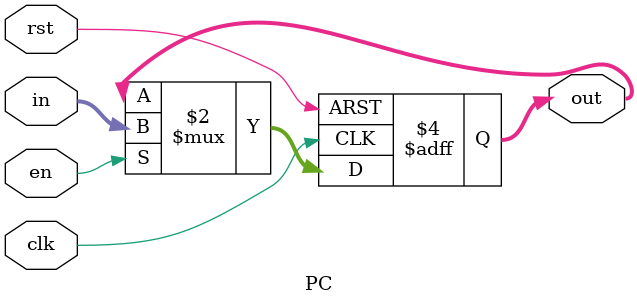
<source format=v>
`timescale 1ns / 1ps

module PC
       #(parameter WIDTH = 32)
       (
           input clk, rst, en,
           input [WIDTH - 1:0] in,
           output reg [WIDTH - 1:0] out
       );

always @(posedge clk, posedge rst)
begin
    if (rst)
    begin
        out <= {WIDTH{1'b0}};
    end
    else if (en)
    begin
        out <= in;
    end
end

endmodule

</source>
